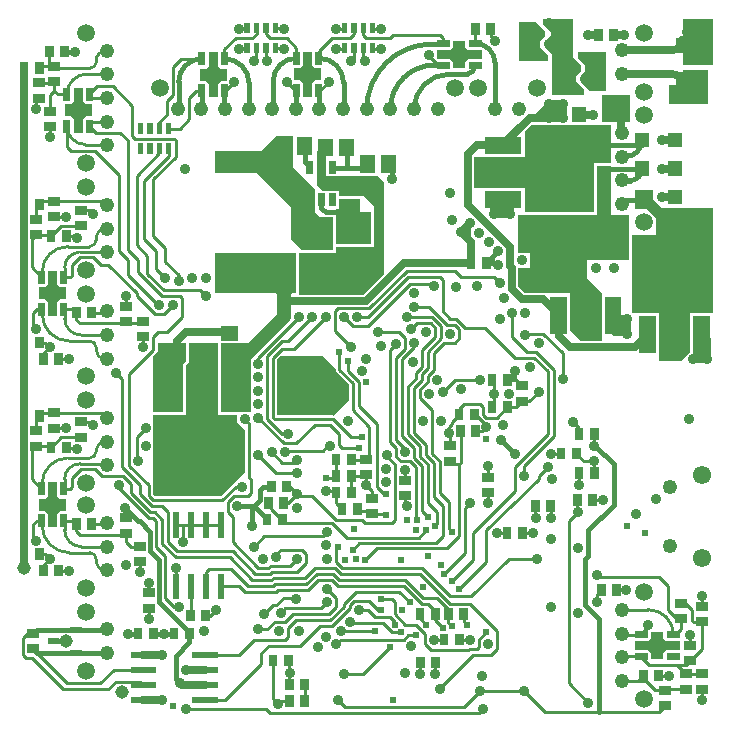
<source format=gbr>
G04 start of page 5 for group 3 idx 3 *
G04 Title: receiver, bottom *
G04 Creator: pcb 20140316 *
G04 CreationDate: Tue 02 Jan 2018 12:34:38 AM GMT UTC *
G04 For: brian *
G04 Format: Gerber/RS-274X *
G04 PCB-Dimensions (mil): 6000.00 5000.00 *
G04 PCB-Coordinate-Origin: lower left *
%MOIN*%
%FSLAX25Y25*%
%LNBOTTOM*%
%ADD103C,0.0453*%
%ADD102C,0.0335*%
%ADD101C,0.0437*%
%ADD100C,0.0279*%
%ADD99C,0.0118*%
%ADD98C,0.0200*%
%ADD97C,0.0240*%
%ADD96C,0.0360*%
%ADD95R,0.0200X0.0200*%
%ADD94R,0.0189X0.0189*%
%ADD93R,0.1220X0.1220*%
%ADD92R,0.0560X0.0560*%
%ADD91R,0.0300X0.0300*%
%ADD90R,0.1000X0.1000*%
%ADD89R,0.0709X0.0709*%
%ADD88R,0.0512X0.0512*%
%ADD87R,0.0177X0.0177*%
%ADD86R,0.0236X0.0236*%
%ADD85R,0.0295X0.0295*%
%ADD84C,0.0610*%
%ADD83C,0.0492*%
%ADD82C,0.0597*%
%ADD81C,0.0480*%
%ADD80C,0.0450*%
%ADD79C,0.0250*%
%ADD78C,0.0150*%
%ADD77C,0.0100*%
%ADD76C,0.0001*%
G54D76*G36*
X367500Y231500D02*Y238000D01*
X372000D01*
Y243000D01*
X380500D01*
Y231500D01*
X367500D01*
G37*
G36*
X372000Y260000D02*X382000D01*
Y244500D01*
X372000D01*
Y260000D01*
G37*
G36*
X345000Y225500D02*Y234500D01*
X354500D01*
Y225500D01*
X345000D01*
G37*
G36*
X364000Y146000D02*Y162000D01*
X355000D01*
Y188000D01*
X363000D01*
Y193500D01*
X360000Y196500D01*
X356000D01*
Y203000D01*
X362000D01*
Y200000D01*
X365000Y197000D01*
X382000D01*
Y162000D01*
X374500D01*
Y149000D01*
X371500Y146000D01*
X364000D01*
G37*
G36*
X334500Y156000D02*Y168500D01*
X319500D01*
X317000Y171000D01*
Y177000D01*
X321000D01*
Y182000D01*
X317000D01*
Y194500D01*
X343500D01*
Y211000D01*
X348000D01*
Y194500D01*
X354000D01*
Y179500D01*
X340000D01*
Y173500D01*
X345000Y168500D01*
Y152500D01*
X338000D01*
X334500Y156000D01*
G37*
G36*
X348000Y212000D02*X342500D01*
Y195500D01*
X319500D01*
Y203500D01*
X302500D01*
Y214000D01*
X319500D01*
Y222500D01*
X321500Y224500D01*
X348000D01*
Y212000D01*
G37*
G36*
X290000Y246500D02*Y249500D01*
X294500D01*
X295500Y250500D01*
Y252500D01*
X299500D01*
Y250500D01*
X300500Y249500D01*
X305000D01*
Y246500D01*
X300500D01*
X299500Y245500D01*
Y243500D01*
X295500D01*
Y245500D01*
X294500Y246500D01*
X290000D01*
G37*
G36*
X337000Y247000D02*Y249000D01*
X346500D01*
Y236000D01*
X341000D01*
X338000Y239000D01*
Y241000D01*
X339500Y242500D01*
Y244500D01*
X337000Y247000D01*
G37*
G36*
X339000Y236500D02*Y234500D01*
X328500D01*
Y248000D01*
X326000Y250500D01*
Y252500D01*
X328000Y254500D01*
Y255500D01*
X325500Y258000D01*
Y260000D01*
X335500D01*
Y247000D01*
X338000Y244500D01*
Y242500D01*
X336500Y241000D01*
Y239000D01*
X339000Y236500D01*
G37*
G36*
X327000Y248000D02*Y246000D01*
X317500D01*
Y259000D01*
X323000D01*
X326000Y256000D01*
Y254000D01*
X324500Y252500D01*
Y250500D01*
X327000Y248000D01*
G37*
G36*
X356000Y49500D02*Y52500D01*
X360500D01*
X361500Y53500D01*
Y55500D01*
X365500D01*
Y53500D01*
X366500Y52500D01*
X371000D01*
Y49500D01*
X366500D01*
X365500Y48500D01*
Y46500D01*
X361500D01*
Y48500D01*
X360500Y49500D01*
X356000D01*
G37*
G36*
X237697Y147500D02*X252000D01*
X256300Y143200D01*
Y143047D01*
X256296Y143000D01*
X256311Y142812D01*
X256355Y142628D01*
X256427Y142454D01*
X256526Y142292D01*
X256526Y142292D01*
X256649Y142149D01*
X256685Y142118D01*
X260800Y138003D01*
Y132800D01*
X255689Y127689D01*
X255688Y127689D01*
X255500Y127704D01*
X255453Y127700D01*
X236700D01*
Y146503D01*
X237697Y147500D01*
G37*
G36*
X256500Y196500D02*X257500D01*
Y200000D01*
X264500D01*
Y195500D01*
X268000D01*
Y185000D01*
X256500D01*
Y196500D01*
G37*
G36*
X269000Y184000D02*Y197500D01*
X265500Y201000D01*
X257500D01*
Y202500D01*
X252000D01*
X250000Y204500D01*
Y216000D01*
X253000D01*
Y207500D01*
X270500D01*
X272500Y205500D01*
Y175000D01*
X265500Y168000D01*
X244000D01*
Y182000D01*
X256500D01*
Y184000D01*
X269000D01*
G37*
G36*
X245500Y249000D02*X248500D01*
Y244500D01*
X249500Y243500D01*
X251500D01*
Y239500D01*
X249500D01*
X248500Y238500D01*
Y234000D01*
X245500D01*
Y238500D01*
X244500Y239500D01*
X242500D01*
Y243500D01*
X244500D01*
X245500Y244500D01*
Y249000D01*
G37*
G36*
X169000Y237000D02*X172000D01*
Y232500D01*
X173000Y231500D01*
X175000D01*
Y227500D01*
X173000D01*
X172000Y226500D01*
Y222000D01*
X169000D01*
Y226500D01*
X168000Y227500D01*
X166000D01*
Y231500D01*
X168000D01*
X169000Y232500D01*
Y237000D01*
G37*
G36*
X160500Y176000D02*X163500D01*
Y171500D01*
X164500Y170500D01*
X166500D01*
Y166500D01*
X164500D01*
X163500Y165500D01*
Y161000D01*
X160500D01*
Y165500D01*
X159500Y166500D01*
X157500D01*
Y170500D01*
X159500D01*
X160500Y171500D01*
Y176000D01*
G37*
G36*
Y105500D02*X163500D01*
Y101000D01*
X164500Y100000D01*
X166500D01*
Y96000D01*
X164500D01*
X163500Y95000D01*
Y90500D01*
X160500D01*
Y95000D01*
X159500Y96000D01*
X157500D01*
Y100000D01*
X159500D01*
X160500Y101000D01*
Y105500D01*
G37*
G36*
X243000Y168500D02*X216000D01*
Y182000D01*
X243000D01*
Y168500D01*
G37*
G36*
X255500Y183000D02*X245000D01*
X241500Y186500D01*
Y197000D01*
X230000Y208500D01*
X216000D01*
Y216000D01*
X231500D01*
X236500Y221000D01*
X242000D01*
Y210500D01*
X249500Y203000D01*
Y195500D01*
X251000Y194000D01*
X255500D01*
Y183000D01*
G37*
G36*
X214000Y248815D02*X217000D01*
Y244315D01*
X218000Y243315D01*
X220000D01*
Y239315D01*
X218000D01*
X217000Y238315D01*
Y233815D01*
X214000D01*
Y238315D01*
X213000Y239315D01*
X211000D01*
Y243315D01*
X213000D01*
X214000Y244315D01*
Y248815D01*
G37*
G36*
X205500Y129000D02*X195500D01*
Y147500D01*
X197000Y149000D01*
Y152000D01*
X206500D01*
Y146000D01*
X205500Y145000D01*
Y129000D01*
G37*
G36*
X218000D02*Y152000D01*
X228000D01*
Y129000D01*
X218000D01*
G37*
G36*
X207500Y152000D02*X217000D01*
Y128000D01*
X223500D01*
Y125500D01*
X226000Y123000D01*
Y109000D01*
X218000Y101000D01*
X196000D01*
X195500Y101500D01*
Y128000D01*
X206500D01*
Y144500D01*
X207500Y145500D01*
Y152000D01*
G37*
G54D77*X342500Y117500D02*Y121441D01*
X342559Y121500D01*
Y112323D02*X342441Y112441D01*
X328000Y115000D02*X331441D01*
X336559D02*X339000Y112559D01*
X342559D01*
X328059Y97500D02*Y93559D01*
X336941Y99500D02*Y95559D01*
X342059Y99500D02*X345500D01*
X334000Y92500D02*X337000Y95500D01*
G54D78*X349000Y98000D02*X340500Y89500D01*
G54D77*X337441Y121500D02*Y123559D01*
Y108500D02*Y104559D01*
X337500Y104500D01*
X337441Y123559D02*X335500Y125500D01*
X342559Y112323D02*Y108500D01*
G54D78*X342500Y118000D02*X349000Y111500D01*
Y98000D01*
G54D79*X375500Y146500D02*X378300Y149300D01*
Y154600D01*
X380000Y146500D02*X377750Y148750D01*
X380000Y146500D02*Y152900D01*
X378300Y154600D01*
X380000Y146500D02*X375500D01*
X360200Y154600D02*X356100Y150500D01*
X334500D01*
X353500Y160000D02*X349900D01*
X348800Y161100D01*
X353500Y156400D02*X348800Y161100D01*
X353500Y155000D02*Y156400D01*
Y160000D02*Y155000D01*
X353000Y155500D01*
X349500D01*
X350500D02*Y160000D01*
G54D77*X322941Y97500D02*Y93559D01*
X324000Y106500D02*Y107500D01*
X327000Y110500D01*
X319000Y107500D02*Y111000D01*
X329000Y121000D01*
X316000Y110500D02*Y102500D01*
X327000Y121500D02*X316000Y110500D01*
X323000Y149000D02*X329000Y143000D01*
X322500Y147000D02*X327000Y142500D01*
X332000Y140000D02*Y148500D01*
X325500Y155000D01*
G54D79*X334500Y150500D02*X330700Y154300D01*
Y161100D01*
G54D77*X329000Y143000D02*Y121000D01*
X327000Y142500D02*Y121500D01*
X313559Y130500D02*X316559D01*
X318500Y132441D01*
X313559Y130500D02*X313500D01*
X318500Y132441D02*X320941D01*
X315000Y154000D02*X320000Y149000D01*
X316000Y147000D02*X322500D01*
X319500Y154500D02*X320000Y155000D01*
X325500D01*
X320941Y132441D02*X324000Y135500D01*
X320000Y149000D02*X323000D01*
X248500Y160500D02*X240500Y152500D01*
X256000Y156000D02*X261500Y150500D01*
X253000Y160500D02*X242500Y150000D01*
X263500Y160500D02*X267000D01*
Y157500D02*X262000D01*
X259000Y160500D01*
X257500Y143000D02*X262000Y138500D01*
X260500Y142500D02*X264000Y139000D01*
X257500Y149000D02*Y143000D01*
X260500Y146000D02*Y142500D01*
X282500Y152000D02*Y150500D01*
X281500Y156500D02*X283500Y158500D01*
X270500Y155500D02*X277500D01*
X279500Y153500D01*
Y150000D01*
X276500Y147000D01*
Y151500D02*X274500Y149500D01*
X283500Y158500D02*X288000D01*
X289500Y157000D01*
X280000Y160500D02*X288500D01*
X291500Y157500D01*
X289500Y157000D02*Y154000D01*
X291500Y157500D02*Y153500D01*
X289500Y154000D02*X285000Y149500D01*
X291500Y153500D02*X287000Y149000D01*
X292500Y152000D02*X289000Y148500D01*
X293500Y158000D02*X296000D01*
X294500Y160000D02*X296500D01*
X296000Y152000D02*X292500D01*
X282500Y150500D02*X278500Y146500D01*
X274500Y149500D02*Y119000D01*
X276500Y147000D02*Y119500D01*
X278500Y146500D02*Y121000D01*
X282500Y137000D02*Y122000D01*
X280500Y137500D02*Y121500D01*
X285000Y149500D02*Y144000D01*
X287000Y149000D02*Y143500D01*
X289000Y148500D02*Y143000D01*
X287000Y141000D01*
Y143500D02*X285000Y141500D01*
Y139500D01*
Y144000D02*X283000Y142000D01*
Y140000D01*
X285000Y139500D02*X282500Y137000D01*
X283000Y140000D02*X280500Y137500D01*
X273500Y114000D02*Y114500D01*
X296000Y139500D02*X292000Y135500D01*
X284500Y133500D02*X288500Y129500D01*
X287000Y141000D02*Y139000D01*
X284500Y136500D01*
Y133500D01*
X288500Y129500D02*Y115000D01*
X294000Y122000D02*Y124000D01*
X295000Y125000D01*
Y125559D01*
X297441Y128000D01*
X294500Y117559D02*Y121500D01*
X294000Y122000D01*
X235500Y147000D02*Y127000D01*
X236000Y126500D01*
X238500Y121500D02*X240500D01*
X239000Y118500D02*X243000D01*
X264000Y139000D02*Y131000D01*
X262000Y138500D02*Y129500D01*
X249500Y124500D02*X254500D01*
X243000Y118500D02*X249500Y124500D01*
X236000Y126500D02*X255500D01*
X254500Y124500D02*X257500Y121500D01*
Y118000D02*Y121500D01*
X255500Y126500D02*X261500Y120500D01*
X257500Y118000D02*X258500Y117000D01*
X262500D01*
X264000Y131000D02*X270000Y125000D01*
X262000Y129500D02*X267500Y124000D01*
Y114500D01*
X266000Y113000D01*
X262500Y117000D02*X264000D01*
X261500Y120500D02*X265000D01*
X328059Y93559D02*X328000Y93500D01*
X322941Y93559D02*X323000Y93500D01*
X316000Y102500D02*X302000Y88500D01*
X307000Y101941D02*Y98500D01*
X313441Y88500D02*X310000D01*
X301000Y98500D02*X299500Y97000D01*
X306500Y89500D02*X324000Y106500D01*
X322000Y88500D02*X318559D01*
X309000Y131059D02*X308441Y130500D01*
X304500Y131500D02*X299000D01*
X297441Y129941D01*
X309000Y131059D02*Y138941D01*
X305500Y128000D02*Y130500D01*
X304500Y131500D01*
X306500Y127000D02*X310000D01*
X313500Y130500D02*X310000Y127000D01*
X304500Y139500D02*X296000D01*
X303059Y128000D02*X306500Y124559D01*
Y124000D01*
X303059Y122500D02*X305000D01*
X306500Y124000D01*
X305500Y128000D02*X306500Y127000D01*
X297441Y129941D02*Y128000D01*
X309000Y138941D02*X308441Y139500D01*
X313559D02*X316559D01*
X318500Y137559D01*
X316000Y142500D02*Y139500D01*
X315000D02*Y141500D01*
X316000Y142500D01*
X296000Y158000D02*X297500Y156500D01*
Y153500D01*
X296000Y152000D01*
X296500Y160000D02*X299500Y157000D01*
X306000D01*
X315000Y162000D02*Y154000D01*
X306000Y157000D02*X316000Y147000D01*
X297500Y111500D02*X298000Y112000D01*
Y122500D01*
X307000Y107059D02*Y111000D01*
G54D78*X311500Y119500D02*X316000Y115000D01*
G54D77*X274500Y119000D02*X276500Y117000D01*
Y119500D02*X279500Y116500D01*
Y115500D01*
X278500Y121000D02*X282500Y117000D01*
X280500Y121500D02*X284500Y117500D01*
X282500Y117000D02*Y113500D01*
X284500Y117500D02*Y114000D01*
X282500Y122000D02*X286500Y118000D01*
X276500Y117000D02*Y114000D01*
X286500Y118000D02*Y114500D01*
X276500Y114000D02*X278000Y112500D01*
X281000D01*
X279500Y106059D02*Y109500D01*
X281000Y112500D02*X283000Y110500D01*
X282500Y113500D02*X285000Y111000D01*
X284500Y114000D02*X287000Y111500D01*
X286500Y114500D02*X289000Y112000D01*
X288500Y115000D02*X291000Y112500D01*
X276000Y111500D02*X273500Y114000D01*
X291000Y112500D02*Y102000D01*
X289000Y112000D02*Y100500D01*
X287000Y111500D02*Y98500D01*
X294500Y112441D02*X295441Y111500D01*
X297500D01*
X285000Y96000D02*X287000Y94000D01*
X285000Y111000D02*Y96000D01*
X276000Y111500D02*Y93000D01*
X280000Y97500D02*X279500Y98000D01*
Y101000D01*
X283500Y93000D02*X283000Y93500D01*
Y110500D01*
X272500Y101500D02*X273000D01*
X291000Y102000D02*X294000Y99000D01*
Y90000D01*
X292000Y87500D02*Y97500D01*
X297500Y111500D02*Y87500D01*
X295000Y89000D02*X294000Y90000D01*
X287000Y98500D02*X290000Y95500D01*
X289500Y91000D02*X290000Y91500D01*
Y95500D01*
X289000Y100500D02*X292000Y97500D01*
X270000Y125000D02*Y104000D01*
X272500Y101500D01*
X248500Y101000D02*X256500Y93000D01*
X275000Y92000D02*X276000Y93000D01*
X273000Y94500D02*X272559Y94941D01*
X268500D01*
X256500Y93000D02*X265000D01*
X266000Y92000D01*
X275000D01*
X180283Y154500D02*X171500D01*
X174409Y152500D02*X167500D01*
G54D79*X206543Y155543D02*X203457Y152457D01*
Y149000D01*
G54D77*X176500Y150409D02*Y149500D01*
X166000Y160000D02*Y162925D01*
X165740Y163185D02*X168756D01*
X169941Y162000D01*
X175059D02*X179909D01*
X180283Y162374D01*
X169941Y162000D02*Y159559D01*
X171000Y158500D01*
X191441D02*X171000D01*
G54D79*X152441Y243500D02*X152500Y81500D01*
G54D77*X158260Y163185D02*X156685D01*
X155500Y162000D01*
X158260Y173815D02*X155000Y177075D01*
Y186441D01*
X156500Y187941D01*
Y193059D02*Y196941D01*
X180283Y182126D02*X171126D01*
X171000Y180500D02*X175500D01*
X178000Y178000D01*
X157559Y152000D02*X159500D01*
X161000Y150500D01*
X158941Y146500D02*Y148441D01*
X161000Y150500D01*
X167500Y146500D02*X164059D01*
X158618Y128559D02*X179098D01*
X180283Y127374D01*
X171500Y125559D02*X174441D01*
X175500Y124500D01*
X176500Y115717D02*Y116000D01*
X168000Y174000D02*X168500Y174500D01*
X184000Y208000D02*Y182500D01*
X176500Y186217D02*Y187000D01*
X168500Y174500D02*Y178000D01*
X171000Y180500D01*
X192000Y159059D02*X191441Y158500D01*
X192000Y150500D02*Y153941D01*
X204500Y167500D02*X205000Y167000D01*
Y160500D02*Y167000D01*
X197000Y164500D02*X197500D01*
X199000Y161500D02*X202000Y164500D01*
X186500Y167500D02*Y164059D01*
X198500Y167500D02*X204500D01*
X187000Y174500D02*X197000Y164500D01*
X190000Y168500D02*Y167500D01*
X196000Y161500D01*
X193000Y123500D02*X190000Y120500D01*
Y113000D01*
X190500Y112500D01*
X195500Y93500D02*X196500Y92500D01*
G54D78*X194500Y82500D02*Y89000D01*
X191000Y92500D01*
X190500D01*
G54D77*X196500D02*Y84000D01*
X199500Y81000D01*
X186500Y88441D02*Y85500D01*
X188000Y84000D01*
X191000D01*
G54D78*X190500Y92500D02*X186000Y97000D01*
G54D77*X158118Y244059D02*X157559Y243500D01*
X156500Y230000D02*Y232441D01*
X157500Y233441D01*
X161000Y229059D02*Y234500D01*
X162500Y236000D01*
X163000Y243500D02*X162441Y244059D01*
X162559Y194000D02*X162500Y193941D01*
X156500Y196941D02*X158618Y199059D01*
X179098D01*
X180283Y197874D01*
X171500Y196059D02*X174441D01*
X175500Y195000D01*
X157500Y238559D02*X162441D01*
X174535Y243500D02*X163000D01*
X180157Y225500D02*X174000D01*
X172945Y218000D02*X180035D01*
X166760Y234815D02*X163685D01*
X162500Y236000D01*
Y238941D01*
X173445Y241500D02*X180157D01*
X180283Y233500D02*X174000D01*
X162500Y244059D02*X158118D01*
X160941Y249000D02*Y244118D01*
G54D78*X169500Y249000D02*X166059D01*
G54D77*X176500Y245465D02*Y246000D01*
G54D78*X235500Y239055D02*Y230028D01*
X219240Y236000D02*Y229918D01*
X211760Y236000D02*Y229910D01*
G54D77*X219240Y236000D02*X219500D01*
X222500Y239000D01*
G54D78*X227500Y238370D02*Y229902D01*
G54D77*X233075Y246425D02*X233500Y246000D01*
X229925Y246925D02*X229000Y246000D01*
G54D78*X204000Y238870D02*Y230024D01*
G54D77*X211760Y235740D02*X209740D01*
X211760Y246630D02*X204630D01*
X202000Y244000D01*
X219240Y246630D02*Y249740D01*
X209740Y235740D02*X207500Y233500D01*
G54D78*X246043Y217500D02*Y212032D01*
X250740Y236185D02*Y229914D01*
X259000Y238555D02*Y229906D01*
G54D77*X250740Y236185D02*X251185D01*
X254000Y239000D01*
G54D78*X243260Y236185D02*Y229914D01*
G54D77*Y236260D02*X242740D01*
X240000Y239000D01*
X250740Y249240D02*Y246815D01*
X207500Y233500D02*Y226500D01*
X202000Y244000D02*Y234500D01*
X200000Y232500D01*
Y228000D01*
X176925Y237500D02*X182000D01*
X176425Y222000D02*X184500D01*
X187000Y219500D01*
X164941Y191000D02*X161441Y187500D01*
X156530Y187970D02*X161911D01*
X166000Y177000D02*Y174075D01*
X174283Y184000D02*X167000D01*
X166000Y174000D02*X168000D01*
X166500Y194000D02*X162559D01*
X170941Y191000D02*X164941D01*
X166559Y187500D02*X170000D01*
X170500Y187000D01*
X174240Y224185D02*X176425Y222000D01*
X161000Y223941D02*Y220500D01*
X174240Y234815D02*X176925Y237500D01*
X187000Y219500D02*Y183000D01*
X190500Y179500D01*
Y175500D01*
X190000Y184500D02*X193500Y181000D01*
X192500Y186500D02*X196500Y182500D01*
X195500Y187500D02*X199500Y183500D01*
Y179000D01*
X184000Y182500D02*X187000Y179500D01*
X178000Y178000D02*X180500D01*
X190000Y168500D01*
X187000Y179500D02*Y174500D01*
X190000Y184500D02*Y207500D01*
X192500Y186500D02*Y206000D01*
X195500Y187500D02*Y206500D01*
X166760Y224185D02*Y217240D01*
X168000Y216000D01*
X176000D01*
X184000Y208000D01*
X182000Y237500D02*X188500Y231000D01*
Y221000D01*
X189500Y220000D01*
X197575Y215075D02*X190000Y207500D01*
X200724Y214224D02*X192500Y206000D01*
X203000Y214000D02*X195500Y206500D01*
X189500Y220000D02*X202500D01*
X203000Y219500D01*
X200724Y223346D02*X204346D01*
X207500Y226500D01*
X197575Y223346D02*Y225575D01*
Y216654D02*Y215075D01*
X200724Y216654D02*Y214224D01*
X203000Y219500D02*Y214000D01*
X197575Y225575D02*X200000Y228000D01*
X193500Y181000D02*Y175000D01*
X196500Y182500D02*Y176500D01*
X199500Y173500D01*
Y179000D02*X204000Y174500D01*
X193500Y175000D02*X199000Y169500D01*
X204000Y174500D02*Y172500D01*
X190500Y175500D02*X198500Y167500D01*
X199000Y169500D02*X211000D01*
X213000Y167500D01*
X166500Y123500D02*X162559D01*
X162500Y123441D01*
X155000Y115941D02*X156500Y117441D01*
Y122559D02*Y126441D01*
X218000Y91250D02*X203000D01*
X203500Y82500D02*X222000D01*
X203000Y80500D02*X221000D01*
X256500Y83500D02*X257000Y84000D01*
X205500Y85500D02*Y91250D01*
X203500Y82500D02*X200500Y85500D01*
Y95500D01*
X198500Y93000D02*Y85000D01*
X203000Y80500D01*
G54D78*X228500Y91000D02*Y97500D01*
G54D77*X233500Y147500D02*Y126500D01*
X238500Y121500D01*
X230500Y127000D02*X239000Y118500D01*
X195000Y97500D02*X198500D01*
X200500Y95500D02*X198500Y97500D01*
X194500Y95500D02*X196000D01*
X198500Y93000D01*
X194000Y93500D02*X195500D01*
X188000Y102000D02*Y105000D01*
X185500Y107500D01*
X184000Y104500D02*Y103500D01*
X185500Y107500D02*X178500D01*
X176000Y110000D01*
X188000Y102000D02*X194500Y95500D01*
X184000Y103500D02*X194000Y93500D01*
X156500Y126441D02*X158618Y128559D01*
X158260Y92685D02*X156685D01*
X174283Y113500D02*X167000D01*
X170941Y120500D02*X164941D01*
X161441Y117000D01*
X156530Y117470D02*X161911D01*
X166559Y117000D02*X170000D01*
X170500Y116500D01*
X174409Y82000D02*X167500D01*
X186500Y88000D02*X171000D01*
X186500Y97000D02*Y93559D01*
X185000Y110500D02*X191000Y104500D01*
Y101500D01*
X165740Y103315D02*X167815D01*
X168500Y104000D01*
Y107000D01*
X171500Y110000D01*
X176000D01*
X158260Y103315D02*X155000Y106575D01*
Y115941D01*
X180283Y111626D02*X171126D01*
X166000Y106500D02*Y103575D01*
Y89500D02*Y92425D01*
X175059Y91500D02*X179909D01*
X180283Y91874D01*
Y84000D02*X171500D01*
G54D78*X180165Y56319D02*X156760D01*
G54D77*X176500Y79909D02*Y79000D01*
G54D78*X156760Y56319D02*X155500Y55059D01*
G54D77*X156685Y92685D02*X155500Y91500D01*
Y87000D01*
X156500Y86000D01*
X165740Y92685D02*X168756D01*
X167500Y76000D02*X164059D01*
X168756Y92685D02*X169941Y91500D01*
Y89059D01*
X171000Y88000D01*
X157559Y81500D02*X159500D01*
X161000Y80000D01*
X158941Y76000D02*Y77941D01*
X161000Y80000D01*
G54D79*X152500Y81500D02*Y77000D01*
G54D78*X197500Y79500D02*Y65500D01*
G54D77*X194000Y72000D02*Y68559D01*
Y60000D02*Y63441D01*
X199500Y81000D02*Y67000D01*
X191000Y75500D02*Y78941D01*
G54D78*X197500Y79500D02*X194500Y82500D01*
X180165Y48681D02*X156760D01*
X155500Y49941D01*
G54D77*X156760Y48681D02*X166941Y38500D01*
X165500Y36500D02*X155000Y47000D01*
G54D78*X162181Y52500D02*X166500D01*
G54D77*X152000Y48000D02*Y53500D01*
X153500Y55000D01*
X155441D01*
X155000Y47000D02*X153000D01*
X152000Y48000D01*
G54D79*X192250Y33000D02*X198500D01*
G54D77*X192250Y38000D02*X191250Y39000D01*
X183000D01*
X180500Y36500D01*
X182500Y43000D02*X192500D01*
X180500Y36500D02*X165500D01*
X167000Y38441D02*X177941D01*
X182500Y43000D01*
G54D79*X212750D02*X206500D01*
G54D77*X212750Y48000D02*X224000D01*
X237500Y32500D02*X237000Y32000D01*
X206500Y30000D02*X233000D01*
X234500Y28500D01*
X212750Y33000D02*X219500D01*
X231500Y45000D01*
Y48500D01*
X234000Y51000D01*
X235500Y64500D02*X232500Y61500D01*
X236000Y59000D02*X233500Y56500D01*
X230500D01*
X240941Y32500D02*X237500D01*
X240941Y46000D02*Y42059D01*
X241000Y42000D01*
X240941Y38000D02*Y41941D01*
X241000Y42000D01*
X224000Y48000D02*X229000Y53000D01*
X234000Y51000D02*X244500D01*
X229000Y53000D02*X239500D01*
G54D78*X233441Y93000D02*Y93059D01*
G54D77*X232500Y87500D02*X252000D01*
X253500Y89000D01*
G54D78*X234941Y104000D02*X232000D01*
X231000Y103000D01*
Y99500D01*
G54D77*X234941Y98500D02*Y96618D01*
X236500Y108500D02*X230500Y114500D01*
X253000Y102500D02*X255941D01*
X261500Y102000D02*Y107500D01*
X253000Y107000D02*X255941D01*
X256441Y107500D01*
Y113000D02*Y107500D01*
X261559D02*X266059D01*
X261559Y113000D02*X266441D01*
X266500Y113059D01*
X243500Y108500D02*X236500D01*
X243500Y113000D02*X242500Y112000D01*
X238500D01*
X235000Y115500D01*
X255000Y92000D02*X260000Y87000D01*
X246059Y32500D02*Y38000D01*
X254000Y61500D02*X256500Y64000D01*
X258000Y53000D02*X256500Y51500D01*
X259000Y41500D02*X265500D01*
X214500Y61000D02*X216500Y63000D01*
X213000Y70750D02*Y75500D01*
X214000Y76500D01*
X208000Y70750D02*Y61059D01*
X221500Y76500D02*X214000D01*
X222000Y85500D02*X230500Y77000D01*
X234000D01*
X234500Y77500D01*
X222000Y82500D02*X229500Y75000D01*
X228500Y73000D02*X221000Y80500D01*
X221500Y76500D02*X227000Y71000D01*
X229500Y75000D02*X234500D01*
X235000Y73000D02*X228500D01*
X227000Y71000D02*X235500D01*
X236500Y69000D02*X226000D01*
X224250Y70750D02*X226000Y69000D01*
X238000Y62000D02*X239500Y63500D01*
X251500D01*
X242000Y61500D02*X254000D01*
X251500Y63500D02*X253500Y65500D01*
X261000Y63500D02*Y64500D01*
X262500Y66000D01*
X259000Y64000D02*Y65000D01*
X263000Y69000D01*
X256500Y64000D02*Y67000D01*
Y79000D02*X258500Y77000D01*
X256500Y79000D02*Y83500D01*
X262000Y83000D02*X264250Y85250D01*
X256500Y67000D02*X253500Y70000D01*
X255000Y57500D02*X261000Y63500D01*
Y59000D02*X261500Y58500D01*
X155500Y162000D02*Y157500D01*
X156500Y156500D01*
X187500Y141500D02*X195500Y149500D01*
Y154000D02*X197000Y155500D01*
X200000D01*
X195500Y149500D02*Y154000D01*
X183000Y142000D02*X185000Y140000D01*
Y110500D01*
X194000Y101000D02*Y104500D01*
X187500Y111000D02*X194000Y104500D01*
X187500Y111000D02*Y141500D01*
X191000Y101500D02*X195000Y97500D01*
X200000Y155500D02*X205000Y160500D01*
G54D79*X221000Y155543D02*X206543D01*
G54D77*X196000Y161500D02*X199000D01*
X244000Y160500D02*X230500Y147000D01*
X238500Y150000D02*X235500Y147000D01*
X230500D02*Y145000D01*
X240500Y152500D02*X238500D01*
X233500Y147500D01*
X242500Y150000D02*X238500D01*
X232500Y87500D02*X229000Y84000D01*
Y83500D01*
X218000Y70750D02*X224250D01*
X203000D02*Y77000D01*
G54D78*X233441Y93059D02*X229000Y97500D01*
X223000D01*
X231000Y99500D02*X229000Y97500D01*
G54D77*X225000Y104000D02*X223000D01*
X218500Y99500D01*
X195500D01*
X194000Y101000D01*
G54D79*X192250Y48000D02*X198500D01*
G54D78*X190441Y55000D02*X187000D01*
X204500Y38500D02*X203000Y40000D01*
Y47559D01*
X202441Y55000D02*X195559D01*
X203000Y47500D02*X207559Y52059D01*
Y55441D01*
X197500Y65500D01*
G54D77*X213059Y61000D02*X214500D01*
X202500Y64000D02*X204000D01*
X199500Y67000D02*X202500Y64000D01*
G54D79*X212750Y38000D02*X205000D01*
X204500Y38500D01*
X368500Y241500D02*X351780D01*
X351717Y241563D01*
X368500Y249500D02*X351780D01*
X351717Y249437D01*
X340500Y254500D02*X343941D01*
X349059D02*X352500D01*
X365000Y200500D02*X369512D01*
G54D78*X352000Y199500D02*X358500D01*
G54D79*X369512Y219500D02*X365000D01*
G54D78*X345000Y218000D02*X358500D01*
G54D79*X369512Y210000D02*X365000D01*
G54D78*X358488D02*X346500D01*
G54D79*X337488Y228000D02*X342000D01*
X351500Y225012D02*Y222028D01*
G54D78*X354488Y206000D02*X351780D01*
X300055Y241500D02*X294216D01*
X289342Y244500D02*X291945D01*
X288468Y251500D02*X291945D01*
G54D77*X292000Y244500D02*X290500D01*
X287500Y247500D01*
Y248000D01*
G54D78*X309500Y245055D02*Y229780D01*
G54D79*X300500Y215000D02*X303300Y217800D01*
X312100Y218100D02*X321000Y227000D01*
X332000D01*
Y231500D02*X327500D01*
Y227000D01*
X332000Y231500D02*Y227000D01*
X330000D02*Y231500D01*
X323500Y227000D02*X328000Y231500D01*
G54D77*X292000Y251500D02*Y253500D01*
X302815Y251740D02*Y256374D01*
X302941Y256500D01*
X308059D02*Y253941D01*
X309500Y252500D01*
X292000Y253500D02*X291000Y254500D01*
X275500D01*
G54D79*X314500Y184000D02*X300500Y198000D01*
X301441Y185559D02*X298000Y189000D01*
X301000Y192000D01*
X300000Y187000D02*Y191000D01*
X300500Y198000D02*Y215000D01*
X303300Y217800D02*X312100D01*
Y218100D01*
X309000Y195000D02*Y196600D01*
X312100Y199700D01*
X314500Y195000D02*Y197300D01*
X312100Y199700D01*
X309000Y195000D02*X314500D01*
Y197300D02*X310200D01*
G54D78*X306559Y178500D02*X310000D01*
X306559Y178559D02*X310500Y182500D01*
X308500Y178500D02*Y180500D01*
G54D79*X314500Y177500D02*Y184000D01*
G54D78*X310000Y178500D02*X310500Y178000D01*
G54D79*X279000Y178500D02*X301441D01*
G54D77*X280000Y176000D02*X296000D01*
X280500Y174000D02*X291000D01*
X292000Y173000D01*
X309000Y174000D02*X311000Y172000D01*
G54D78*X306559Y178500D02*Y178559D01*
G54D79*X301441Y178500D02*Y185559D01*
G54D77*X298000Y174000D02*X309000D01*
X296000Y176000D02*X298000Y174000D01*
G54D79*X330700Y161100D02*X325300Y166500D01*
X318500D01*
X315000Y170000D01*
Y177000D01*
X314500Y177500D01*
G54D78*X275000Y210543D02*X274043Y211500D01*
X275000Y210543D02*Y206500D01*
X265772Y210315D02*X266957Y211500D01*
X260043Y210358D02*X260000Y210315D01*
X260043Y217000D02*Y210358D01*
X255240Y210315D02*X265772D01*
X246043Y212032D02*X247760Y210315D01*
X251500Y214500D02*Y210315D01*
X259905Y195500D02*X262500Y192905D01*
X253000Y195500D02*X259905D01*
X251500Y197000D02*X253000Y195500D01*
X251500Y199685D02*Y197000D01*
G54D80*X239095Y172000D02*Y160595D01*
X227000Y148500D01*
G54D79*X221000D01*
G54D77*X226000Y126500D02*X227500Y125000D01*
Y107000D01*
X228000Y106500D01*
Y102000D01*
X227000Y101000D01*
X222500D01*
X220500Y99000D01*
Y95500D01*
X222000Y94000D01*
Y85500D01*
X236224Y250154D02*X238846D01*
X239000Y250000D01*
X233075Y250154D02*Y246425D01*
X229925Y250154D02*Y246925D01*
X240000Y253500D02*X243260Y250240D01*
Y246815D01*
X226776Y250154D02*X224154D01*
X224000Y250000D01*
X219240Y249740D02*X223000Y253500D01*
X228500D01*
X234500D02*X240000D01*
X228500D02*X230000Y255000D01*
Y257000D01*
X226776Y256846D02*X224346D01*
X224000Y256500D01*
X233075Y256846D02*Y254925D01*
X234500Y253500D01*
X236224Y256846D02*X238654D01*
X239000Y256500D01*
X262425Y256846D02*Y254925D01*
X261000Y253500D01*
X255000D01*
X256500Y256500D02*X258929D01*
X259276Y256846D01*
X255000Y253500D02*X250740Y249240D01*
X256500Y250000D02*X259122D01*
X259276Y250154D01*
X275500Y254500D02*X274500Y253500D01*
X266500D01*
X271500Y250000D02*X268878D01*
X268724Y250154D01*
X266500Y253500D02*X265500Y254500D01*
X265575Y250154D02*Y246425D01*
X266000Y246000D01*
X262425Y250154D02*Y246925D01*
X261500Y246000D01*
X265500Y254500D02*Y257000D01*
X271500Y256500D02*X269071D01*
X268724Y256846D01*
G54D79*X266500Y166000D02*X279000Y178500D01*
G54D77*X267000Y160500D02*X280500Y174000D01*
X267500Y163500D02*X280000Y176000D01*
G54D79*X266500Y166000D02*X239095D01*
G54D77*X267500Y163500D02*X257000D01*
X256000Y162500D01*
Y156000D01*
X281000Y171500D02*X267000Y157500D01*
X282500Y164000D02*X287500D01*
X286500Y89500D02*X284000Y87000D01*
X282000D01*
X260000D02*X282000D01*
X281000Y171500D02*X288500D01*
X289000Y171000D01*
X292000Y173000D02*Y162500D01*
X294500Y160000D01*
X287500Y164000D02*X293500Y158000D01*
X357130Y39189D02*X358941Y41000D01*
X351717Y39189D02*X359811D01*
X366382Y36441D02*X366000Y36059D01*
Y30941D02*X364059Y29000D01*
X366000Y36059D02*X362941D01*
X304500Y36000D02*X319000D01*
X291000Y37000D02*Y36500D01*
X362941Y36059D02*X359811Y39189D01*
X234500Y28500D02*X304000D01*
X364059Y29000D02*X326000D01*
X299000Y30500D02*X259500D01*
X257000Y33000D01*
X237000Y31500D02*X235441Y33059D01*
X304000Y28500D02*X305500Y30000D01*
X326000Y29000D02*X319000Y36000D01*
X304500D02*X299000Y30500D01*
X340500Y32000D02*X334000Y38500D01*
X289559Y62441D02*X287000Y65000D01*
X343500Y65500D02*Y68059D01*
X344941Y69500D01*
X353000D02*X350059D01*
X290000Y67000D02*X293941Y63059D01*
X301000Y65000D02*X294500D01*
X364000Y74000D02*X344000D01*
X343500Y74500D01*
X323500Y80000D02*X314000D01*
X301500Y67500D02*X314000Y80000D01*
X295000Y72500D02*X302000Y79500D01*
X297500Y70000D02*X306500Y79000D01*
X292000Y87500D02*X289750Y85250D01*
X293500Y83500D02*X297500Y87500D01*
X299500Y97000D02*Y82000D01*
X302000Y88500D02*Y79500D01*
X306500Y89500D02*Y79000D01*
X292500Y75000D02*X299500Y82000D01*
X334000Y38500D02*Y92500D01*
G54D78*X340500Y89500D02*Y81000D01*
X339500Y80000D01*
Y64500D01*
X344000Y60000D01*
Y29000D01*
G54D77*X284489Y45380D02*Y41511D01*
X289607Y45380D02*Y41607D01*
X289500Y41500D01*
X284489Y41511D02*X284500Y41500D01*
X274500Y50500D02*X265500Y41500D01*
X310000Y50000D02*Y56000D01*
X306500Y55500D02*X304000Y53000D01*
Y50500D01*
X303500Y50000D01*
X291000Y37000D02*X302000Y48000D01*
X308000D01*
X310000Y50000D01*
X303500D02*X301000D01*
X300500Y49500D01*
X288000D01*
X286000Y51500D01*
Y55000D01*
X289559Y61500D02*Y62441D01*
X294500Y67500D02*X301500D01*
X301000Y65000D02*X310000Y56000D01*
X289559Y61500D02*Y59441D01*
X292000Y57000D01*
X267000Y63000D02*X269500Y60500D01*
X261500Y58500D02*X272000D01*
X269500Y60500D02*X274500D01*
X263000Y69000D02*X277500D01*
X281000Y65500D01*
X276000Y61500D02*Y65500D01*
X275000Y66500D01*
X271500D01*
X264250Y85250D02*X289750D01*
X284441Y61500D02*Y60059D01*
X286500Y58000D01*
X286000Y55000D02*X283000Y58000D01*
Y54500D02*X280500D01*
X283000Y58000D02*X279500D01*
X280500Y54500D02*X279000Y53000D01*
X276000Y58000D02*Y59000D01*
X274500Y60500D01*
X278000Y55500D02*X275000D01*
X272000Y58500D01*
X279500Y58000D02*X276000Y61500D01*
X279000Y53000D02*X258000D01*
X266059Y107500D02*X266559Y108000D01*
X266500Y107941D02*Y104500D01*
X256441Y98500D02*X258441Y96500D01*
X268500Y101059D02*Y102500D01*
X266500Y104500D01*
X268500Y95941D02*X264118D01*
X263559Y96500D01*
X268500Y101000D02*Y100059D01*
X253500Y117500D02*X254500D01*
X253500D02*X252000Y116000D01*
X240000D01*
X239500Y115500D01*
X234500Y77500D02*X241000D01*
X234500Y75000D02*X235000Y75500D01*
X235500Y73500D02*X235000Y73000D01*
X241000Y77500D02*X243500Y80000D01*
X246500Y78500D02*Y81500D01*
X245000Y83000D01*
X238000D01*
X246500Y78500D02*X243500Y75500D01*
X238000Y83000D02*X236500Y81500D01*
X235000Y75500D02*X243500D01*
X236500Y81500D02*Y80500D01*
X235500Y73500D02*X246000D01*
X250000Y75000D02*X246500Y71500D01*
X250500Y73000D02*X247000Y69500D01*
X246000Y73500D02*X249500Y77000D01*
X256000D01*
X258000Y75000D01*
X234941Y96618D02*X238559Y93000D01*
X239559Y92000D02*X255000D01*
X238559Y93000D02*X239559Y92000D01*
X244000Y101000D02*X248500D01*
X255941Y102500D02*X256441Y102000D01*
Y98500D01*
X240059Y104000D02*X241000D01*
X244000Y101000D01*
X240500Y98500D02*X243500Y101500D01*
X239059Y98500D02*X240500D01*
X359000Y47500D02*X351500D01*
X359500Y54500D02*X351500D01*
X360555Y63000D02*X351906D01*
X358185Y54740D02*X360500Y57055D01*
Y58000D01*
X373000Y36441D02*X366382D01*
X358185Y47260D02*X360945Y44500D01*
X364059Y41000D02*X367500D01*
X360945Y44500D02*X370059D01*
X373000Y41559D01*
X378500D01*
X373059Y44500D02*X370000D01*
X373059D02*X378000Y49441D01*
X378500Y33000D02*Y36441D01*
X374500Y51059D02*Y54500D01*
X378059Y49500D02*X378500Y49941D01*
Y58941D01*
X368815Y54740D02*X369740D01*
X371500Y56500D01*
Y59941D01*
X378500Y58941D02*X375559D01*
X375000Y59500D01*
X371500Y59941D02*X370059D01*
X378500Y64059D02*Y67500D01*
X375000Y59500D02*Y63000D01*
X373000Y65000D01*
X371500D01*
X370059Y59941D02*X367000Y63000D01*
Y71000D01*
X364000Y74000D01*
X300500Y53000D02*X297059D01*
X258000Y75000D02*X284500D01*
X257500Y73000D02*X279500D01*
X257000Y71000D02*X279000D01*
X258500Y77000D02*X285000D01*
X285500Y67000D02*X290000D01*
X294500Y65000D02*X284500Y75000D01*
X293941Y63059D02*Y58559D01*
X299059Y61500D02*Y58941D01*
X300000Y58000D01*
X293941Y58559D02*X295000Y57500D01*
X285000Y77000D02*X294500Y67500D01*
X253500Y70000D02*X254000D01*
X254500Y59500D02*X259000Y64000D01*
X250000Y75000D02*X255500D01*
X257500Y73000D01*
X250500D02*X255000D01*
X257000Y71000D01*
X243000Y67000D02*X239000D01*
X236500Y64500D01*
X235500D01*
X242000Y61500D02*X239500Y59000D01*
X236000D01*
X239500Y53000D02*X240500Y54000D01*
Y57000D01*
X243000Y59500D01*
X244500Y51000D02*X251000Y57500D01*
X243000Y59500D02*X254500D01*
X251000Y57500D02*X255000D01*
X235441Y33059D02*Y46000D01*
X235500Y71000D02*X236000Y71500D01*
X246500D01*
X247000Y69500D02*X237000D01*
X236500Y69000D01*
X291941Y53000D02*X288500D01*
X258000Y56000D02*X269500D01*
X264000Y63000D02*X267000D01*
X262500Y66000D02*X267500D01*
X270500Y63000D01*
X271500D01*
X287000Y65000D02*X285000D01*
X279000Y71000D02*X285000Y65000D01*
X266000Y79500D02*X270000Y83500D01*
X293500D01*
X279500Y73000D02*X285500Y67000D01*
X173445Y241500D02*G75*G03X166760Y234815I0J-6685D01*G01*
Y224185D02*G75*G03X172945Y218000I6185J0D01*G01*
X174535Y243500D02*G75*G03X176500Y245465I0J1965D01*G01*
G54D78*X259000Y238555D02*G75*G03X250740Y246815I-8260J0D01*G01*
X243260D02*G75*G03X235500Y239055I0J-7760D01*G01*
X227500Y238370D02*G75*G03X219240Y246630I-8260J0D01*G01*
X211760D02*G75*G03X204000Y238870I0J-7760D01*G01*
X300055Y241500D02*G75*G03X302815Y244260I0J2760D01*G01*
X294216Y241500D02*G75*G03X282433Y229717I0J-11783D01*G01*
X289342Y244500D02*G75*G03X274559Y229717I0J-14783D01*G01*
X288468Y251500D02*G75*G03X266685Y229717I0J-21783D01*G01*
G54D77*X176500Y246000D02*G75*G02X179748Y249248I3248J0D01*G01*
G54D79*X372000Y238000D02*G75*G03X368500Y241500I-3500J0D01*G01*
Y249500D02*G75*G03X372000Y253000I0J3500D01*G01*
G54D78*X309500Y245055D02*G75*G03X302815Y251740I-6685J0D01*G01*
G54D79*X351500Y225012D02*G75*G03X348512Y228000I-2988J0D01*G01*
G54D78*X358488Y219500D02*G75*G02X352988Y214000I-5500J0D01*G01*
X354488Y206000D02*G75*G03X358488Y210000I0J4000D01*G01*
G54D77*X369000Y54555D02*G75*G03X360555Y63000I-8445J0D01*G01*
X171126Y111626D02*G75*G03X166000Y106500I0J-5126D01*G01*
X174283Y113500D02*G75*G03X176500Y115717I0J2217D01*G01*
Y116000D02*G75*G02X179500Y119000I3000J0D01*G01*
X166000Y89500D02*G75*G03X171500Y84000I5500J0D01*G01*
X158500Y91000D02*G75*G03X167500Y82000I9000J0D01*G01*
X174409D02*G75*G02X176500Y79909I0J-2091D01*G01*
Y79000D02*G75*G03X179500Y76000I3000J0D01*G01*
X167000Y113500D02*G75*G03X158500Y105000I0J-8500D01*G01*
X171126Y182126D02*G75*G03X166000Y177000I0J-5126D01*G01*
Y160000D02*G75*G03X171500Y154500I5500J0D01*G01*
X167000Y184000D02*G75*G03X158500Y175500I0J-8500D01*G01*
Y161500D02*G75*G03X167500Y152500I9000J0D01*G01*
X174409D02*G75*G02X176500Y150409I0J-2091D01*G01*
X174283Y184000D02*G75*G03X176500Y186217I0J2217D01*G01*
Y187000D02*G75*G02X179500Y190000I3000J0D01*G01*
X176500Y149500D02*G75*G03X179500Y146500I3000J0D01*G01*
G54D81*X180283Y48563D03*
Y56437D03*
G54D82*X173016Y42657D03*
Y62343D03*
G54D81*X180283Y76126D03*
Y84000D03*
Y91874D03*
G54D82*X173016Y70220D03*
Y97780D03*
Y105220D03*
G54D81*X180283Y111126D03*
Y119000D03*
Y126874D03*
G54D82*X173016Y132780D03*
G54D81*X351717Y249437D03*
Y241563D03*
G54D82*X358984Y255343D03*
Y235657D03*
G54D81*X351717Y221811D03*
G54D82*X358984Y227717D03*
G54D81*X351717Y213937D03*
Y206063D03*
Y198189D03*
G54D82*X358984Y192283D03*
G54D81*X309563Y229717D03*
X317437D03*
G54D82*X323343Y236984D03*
X303657D03*
G54D81*X180283Y146626D03*
G54D82*X173016Y140720D03*
G54D81*X180283Y154500D03*
Y182126D03*
Y162374D03*
G54D82*X173016Y168280D03*
Y176220D03*
Y203780D03*
Y211846D03*
G54D83*X367661Y103843D03*
Y84157D03*
G54D84*X378291Y107780D03*
Y80220D03*
G54D81*X351717Y62811D03*
G54D82*X358984Y68717D03*
G54D81*X351717Y54937D03*
Y47063D03*
Y39189D03*
G54D82*X358984Y33283D03*
G54D81*X180283Y190000D03*
Y197874D03*
Y217752D03*
Y225626D03*
Y233500D03*
Y241374D03*
Y249248D03*
G54D82*X173016Y255154D03*
G54D81*X203693Y229717D03*
X211567D03*
X219441D03*
G54D82*X197787Y236984D03*
G54D81*X227315Y229717D03*
X235189D03*
X243063D03*
X250937D03*
X258811D03*
X266685D03*
X274559D03*
X282433D03*
X290307D03*
G54D82*X296213Y236984D03*
G54D85*X162008Y238941D02*X162992D01*
X162008Y244059D02*X162992D01*
G54D86*X174240Y235799D02*Y233831D01*
X170500Y235799D02*Y233831D01*
X166760Y235799D02*Y233831D01*
Y225169D02*Y223201D01*
G54D85*X160508Y223941D02*X161492D01*
X160508Y229059D02*X161492D01*
G54D86*X170500Y225169D02*Y223201D01*
X174240Y225169D02*Y223201D01*
G54D85*X157559Y243992D02*Y243008D01*
X152441Y243992D02*Y243008D01*
X160941Y249492D02*Y248508D01*
X166059Y249492D02*Y248508D01*
X157008Y233441D02*X157992D01*
X157008Y238559D02*X157992D01*
G54D86*X219240Y247614D02*Y245646D01*
X215500Y247614D02*Y245646D01*
X211760Y247614D02*Y245646D01*
Y236984D02*Y235016D01*
X215500Y236984D02*Y235016D01*
X219240Y236984D02*Y235016D01*
G54D87*X200724Y224232D02*Y222461D01*
X197575Y224232D02*Y222461D01*
X194425Y224232D02*Y222461D01*
X191276Y224232D02*Y222461D01*
X200724Y217539D02*Y215768D01*
X197575Y217539D02*Y215768D01*
X194425Y217539D02*Y215768D01*
X191276Y217539D02*Y215768D01*
G54D88*X238957Y217893D02*Y217107D01*
G54D89*X219957Y212217D02*X227043D01*
X219957Y176783D02*X227043D01*
G54D88*X239095Y173181D02*Y170819D01*
G54D85*X262008Y198441D02*X262992D01*
X262008Y203559D02*X262992D01*
G54D88*X259745Y192905D02*X265255D01*
G54D90*X250000Y189000D02*Y188500D01*
G54D91*X249000Y179500D02*X251000D01*
G54D88*X259745Y181095D02*X265255D01*
X250905Y173181D02*Y170819D01*
G54D86*X247760Y200669D02*Y198701D01*
X251500Y200669D02*Y198701D01*
X255240Y200669D02*Y198701D01*
G54D88*X246043Y217893D02*Y217107D01*
G54D86*X255240Y211299D02*Y209331D01*
G54D88*X260043Y217393D02*Y216607D01*
X252957Y217393D02*Y216607D01*
G54D86*X251500Y211299D02*Y209331D01*
X247760Y211299D02*Y209331D01*
G54D88*X274043Y211893D02*Y211107D01*
X266957Y211893D02*Y211107D01*
G54D86*X250740Y247799D02*Y245831D01*
X247000Y247799D02*Y245831D01*
X243260Y247799D02*Y245831D01*
Y237169D02*Y235201D01*
X247000Y237169D02*Y235201D01*
X250740Y237169D02*Y235201D01*
X165740Y174799D02*Y172831D01*
X162000Y174799D02*Y172831D01*
X158260Y174799D02*Y172831D01*
G54D85*X157559Y198492D02*Y197508D01*
X152441Y198492D02*Y197508D01*
X162008Y199059D02*X162992D01*
X171008Y196059D02*X171992D01*
X162008Y193941D02*X162992D01*
X166559Y187992D02*Y187008D01*
X161441Y187992D02*Y187008D01*
X171008Y190941D02*X171992D01*
X156008Y187941D02*X156992D01*
X156008Y193059D02*X156992D01*
G54D86*X158260Y164169D02*Y162201D01*
X162000Y164169D02*Y162201D01*
X165740Y164169D02*Y162201D01*
G54D85*X157559Y152492D02*Y151508D01*
X169941Y162492D02*Y161508D01*
X175059Y162492D02*Y161508D01*
X152441Y152492D02*Y151508D01*
X158941Y146992D02*Y146008D01*
X164059Y146992D02*Y146008D01*
X191508Y153941D02*X192492D01*
G54D88*X203457Y149393D02*Y148607D01*
G54D85*X191508Y159059D02*X192492D01*
X186008Y164059D02*X186992D01*
X186008Y158941D02*X186992D01*
G54D88*X220607Y147957D02*X221393D01*
X220607Y155043D02*X221393D01*
G54D92*X211700Y138700D02*Y132100D01*
X220800Y138700D02*Y132100D01*
G54D88*X210543Y149393D02*Y148607D01*
G54D92*X202700Y138700D02*Y132100D01*
G54D85*X349059Y254992D02*Y254008D01*
X343941Y254992D02*Y254008D01*
G54D88*X332095Y244255D02*Y238745D01*
X343905Y244255D02*Y238745D01*
X331905Y256255D02*Y250745D01*
G54D76*G36*
X369638Y242350D02*Y237626D01*
X374362D01*
Y242350D01*
X369638D01*
G37*
G36*
Y253374D02*Y248650D01*
X374362D01*
Y253374D01*
X369638D01*
G37*
G54D93*X364800Y179000D02*X373800D01*
X335300Y185500D02*X344300D01*
G54D92*X308800Y199700D02*X315400D01*
G54D76*G36*
X367150Y202862D02*Y198138D01*
X371874D01*
Y202862D01*
X367150D01*
G37*
G36*
X356126D02*Y198138D01*
X360850D01*
Y202862D01*
X356126D01*
G37*
G36*
X367150Y221862D02*Y217138D01*
X371874D01*
Y221862D01*
X367150D01*
G37*
G36*
X356126D02*Y217138D01*
X360850D01*
Y221862D01*
X356126D01*
G37*
G36*
X367150Y212362D02*Y207638D01*
X371874D01*
Y212362D01*
X367150D01*
G37*
G36*
X356126D02*Y207638D01*
X360850D01*
Y212362D01*
X356126D01*
G37*
G54D93*X336500Y213200D02*Y204200D01*
G54D76*G36*
X335126Y230362D02*Y225638D01*
X339850D01*
Y230362D01*
X335126D01*
G37*
G36*
X346150D02*Y225638D01*
X350874D01*
Y230362D01*
X346150D01*
G37*
G54D88*X320095Y256255D02*Y250745D01*
G54D85*X308059Y256992D02*Y256008D01*
X302941Y256992D02*Y256008D01*
G54D86*X301831Y244260D02*X303799D01*
X301831Y248000D02*X303799D01*
X301831Y251740D02*X303799D01*
X291201D02*X293169D01*
X291201Y248000D02*X293169D01*
X291201Y244260D02*X293169D01*
G54D92*X308800Y208700D02*X315400D01*
G54D85*X301441Y178992D02*Y178008D01*
X306559Y178992D02*Y178008D01*
G54D92*X308800Y217800D02*X315400D01*
G54D87*X236224Y257732D02*Y255961D01*
X268724Y257732D02*Y255961D01*
X265575Y257732D02*Y255961D01*
X262425Y257732D02*Y255961D01*
X259276Y257732D02*Y255961D01*
X236224Y251039D02*Y249268D01*
X233075Y251039D02*Y249268D01*
X229925Y251039D02*Y249268D01*
X226776Y251039D02*Y249268D01*
X233075Y257732D02*Y255961D01*
X229925Y257732D02*Y255961D01*
X226776Y257732D02*Y255961D01*
X268724Y251039D02*Y249268D01*
X265575Y251039D02*Y249268D01*
X262425Y251039D02*Y249268D01*
X259276Y251039D02*Y249268D01*
G54D85*X308441Y139992D02*Y139008D01*
X313559Y139992D02*Y139008D01*
X318008Y137559D02*X318992D01*
X308441Y130992D02*Y130008D01*
X313559Y130992D02*Y130008D01*
X318008Y132441D02*X318992D01*
X279008Y106059D02*X279992D01*
X306508Y107059D02*X307492D01*
X306508Y101941D02*X307492D01*
X279008Y100941D02*X279992D01*
X336559Y115492D02*Y114508D01*
X337441Y121992D02*Y121008D01*
X342559Y121992D02*Y121008D01*
Y108992D02*Y108008D01*
X336941Y99992D02*Y99008D01*
X342059Y99992D02*Y99008D01*
X328059Y97992D02*Y97008D01*
X322941Y97992D02*Y97008D01*
X313441Y88992D02*Y88008D01*
X318559Y88992D02*Y88008D01*
X337441Y108992D02*Y108008D01*
X331441Y115492D02*Y114508D01*
G54D92*X360200Y157900D02*Y151300D01*
X348800Y164400D02*Y157800D01*
X339800Y164400D02*Y157800D01*
X330700Y164400D02*Y157800D01*
X378300Y157900D02*Y151300D01*
X369300Y157900D02*Y151300D01*
G54D85*X303059Y122992D02*Y122008D01*
X297941Y122992D02*Y122008D01*
X294008Y112441D02*X294992D01*
X294008Y117559D02*X294992D01*
X297441Y128492D02*Y127508D01*
X302559Y128492D02*Y127508D01*
G54D86*X165740Y104299D02*Y102331D01*
X162000Y104299D02*Y102331D01*
X158260Y104299D02*Y102331D01*
G54D85*X157559Y127992D02*Y127008D01*
X152441Y127992D02*Y127008D01*
X162008Y128559D02*X162992D01*
X171008Y125559D02*X171992D01*
X162008Y123441D02*X162992D01*
X166559Y117492D02*Y116508D01*
X161441Y117492D02*Y116508D01*
X171008Y120441D02*X171992D01*
X156008Y117441D02*X156992D01*
X156008Y122559D02*X156992D01*
G54D86*X158260Y93669D02*Y91701D01*
X162000Y93669D02*Y91701D01*
X165740Y93669D02*Y91701D01*
G54D85*X157559Y81992D02*Y81008D01*
X169941Y91992D02*Y91008D01*
X175059Y91992D02*Y91008D01*
X152441Y81992D02*Y81008D01*
X164059Y76492D02*Y75508D01*
G54D94*X168894Y48681D02*X170744D01*
X168894Y56319D02*X170744D01*
X161256Y52500D02*X163106D01*
G54D85*X155008Y49941D02*X155992D01*
X155008Y55059D02*X155992D01*
G54D95*X189000Y33000D02*X195500D01*
X189000Y38000D02*X195500D01*
X189000Y48000D02*X195500D01*
G54D85*X158941Y76492D02*Y75508D01*
X186008Y88441D02*X186992D01*
X190508Y78941D02*X191492D01*
X190508Y84059D02*X191492D01*
G54D95*X209500Y48000D02*X216000D01*
X209500Y43000D02*X216000D01*
X209500Y33000D02*X216000D01*
X209500Y38000D02*X216000D01*
X189000Y43000D02*X195500D01*
G54D85*X207559Y55492D02*Y54508D01*
X213059Y61492D02*Y60508D01*
X207941Y61492D02*Y60508D01*
X202441Y55492D02*Y54508D01*
X190441Y55492D02*Y54508D01*
X195559Y55492D02*Y54508D01*
G54D95*X218000Y74000D02*Y67500D01*
X213000Y74000D02*Y67500D01*
X208000Y74000D02*Y67500D01*
X203000Y74000D02*Y67500D01*
G54D85*X193508Y68559D02*X194492D01*
X193508Y63441D02*X194492D01*
X186008Y93559D02*X186992D01*
G54D95*X218000Y94500D02*Y88000D01*
X213000Y94500D02*Y88000D01*
X203000Y94500D02*Y88000D01*
X208000Y94500D02*Y88000D01*
G54D85*X235441Y46492D02*Y45508D01*
X240941Y38492D02*Y37508D01*
X240559Y46492D02*Y45508D01*
X233941Y98992D02*Y98008D01*
X234941Y104492D02*Y103508D01*
X239059Y98992D02*Y98008D01*
X240059Y104492D02*Y103508D01*
X238559Y93492D02*Y92508D01*
X233441Y93492D02*Y92508D01*
G54D93*X207200Y111000D02*X216200D01*
G54D85*X246059Y38492D02*Y37508D01*
X256441Y113492D02*Y112508D01*
X261559Y113492D02*Y112508D01*
X256441Y107992D02*Y107008D01*
X261559Y107992D02*Y107008D01*
X266008Y113059D02*X266992D01*
X266008Y107941D02*X266992D01*
X258441Y96992D02*Y96008D01*
X263559Y96992D02*Y96008D01*
X268008Y94941D02*X268992D01*
X268008Y100059D02*X268992D01*
X256441Y102492D02*Y101508D01*
X261559Y102492D02*Y101508D01*
X344941Y69992D02*Y69008D01*
X350059Y69992D02*Y69008D01*
X358941Y41492D02*Y40508D01*
X364059Y41492D02*Y40508D01*
X365508Y36059D02*X366492D01*
X365508Y30941D02*X366492D01*
X378008Y36441D02*X378992D01*
X378008Y41559D02*X378992D01*
X374008Y51059D02*X374992D01*
X374008Y45941D02*X374992D01*
X378008Y58941D02*X378992D01*
X378008Y64059D02*X378992D01*
X372508Y41559D02*X373492D01*
G54D86*X367831Y47260D02*X369799D01*
X367831Y51000D02*X369799D01*
X367831Y54740D02*X369799D01*
G54D85*X371008Y65059D02*X371992D01*
X371008Y59941D02*X371992D01*
X372508Y36441D02*X373492D01*
G54D86*X357201Y54740D02*X359169D01*
X357201Y51000D02*X359169D01*
X357201Y47260D02*X359169D01*
G54D85*X246059Y32992D02*Y32008D01*
X240941Y32992D02*Y32008D01*
X292441Y53492D02*Y52508D01*
X297559Y53492D02*Y52508D01*
X299059Y61992D02*Y61008D01*
X293941Y61992D02*Y61008D01*
X284441Y61992D02*Y61008D01*
X289559Y61992D02*Y61008D01*
X289607Y45872D02*Y44888D01*
X284489Y45872D02*Y44888D01*
G54D96*X356500Y95000D03*
G54D97*X359500Y88500D03*
X353500Y91000D03*
G54D96*X363000Y100000D03*
X328000Y86500D03*
X337000Y83500D03*
X328000Y93500D03*
X337000Y95500D03*
X323000Y93500D03*
X323500Y80000D03*
X342500Y112500D03*
X345500Y99500D03*
X337500Y104500D03*
X327000Y110500D03*
X322000Y88500D03*
X328000Y64000D03*
X337000Y62000D03*
X343500Y74500D03*
X353000Y69500D03*
X343500Y65500D03*
X367500Y41000D03*
X374500Y54500D03*
G54D97*X306500Y55500D03*
G54D96*X363500Y48500D03*
Y53500D03*
X360500Y58000D03*
X378500Y67500D03*
Y33000D03*
X319000Y36000D03*
X340500Y32000D03*
X328500Y106500D03*
X319000Y107500D03*
X301000Y98500D03*
X307000D03*
Y111000D03*
X310000Y88500D03*
X161000Y150500D03*
X192000D03*
X167500Y146500D03*
X183000Y142000D03*
X164500Y98000D03*
X159500D03*
X166500Y123500D03*
X170000Y116500D03*
X175500Y124500D03*
X186000Y97000D03*
X193000Y117500D03*
Y123500D03*
X190500Y112500D03*
X184000Y104500D03*
X244500Y137500D03*
X230500Y145000D03*
Y140500D03*
Y136000D03*
X199000Y148000D03*
X215000D03*
X261500Y150500D03*
X266500Y146500D03*
G54D97*X257500Y149000D03*
X260500Y146000D03*
G54D96*X209000Y144000D03*
X213500D03*
X203500D03*
X199000D03*
X230500Y131500D03*
X226000Y126500D03*
X223500Y97500D03*
X243500Y101500D03*
Y108500D03*
Y113000D03*
X225000Y104000D03*
X230500Y114500D03*
X235000Y115500D03*
X198000Y116000D03*
Y110500D03*
Y105000D03*
X239500Y115500D03*
X240500Y121500D03*
X254500Y117500D03*
G54D97*X264000Y117000D03*
X265000Y120500D03*
G54D96*X243500Y97000D03*
X230500Y127000D03*
X260500Y126000D03*
X256500Y135500D03*
X265000Y142500D03*
G54D97*X266500Y139000D03*
G54D96*X285500Y126000D03*
X287500Y135000D03*
X292000Y135500D03*
X298000Y136500D03*
X290000Y139500D03*
X291500Y126000D03*
X314000Y135000D03*
X309000D03*
X304500Y139500D03*
X316000Y142500D03*
X306500Y124000D03*
X312000Y124500D03*
X294000Y122000D03*
X311500Y119500D03*
X316000Y115000D03*
G54D97*X306500Y120000D03*
G54D96*X342500Y117500D03*
X343000Y177000D03*
X349000D03*
X328000Y115000D03*
X332000Y140000D03*
X335500Y125500D03*
X365000Y200500D03*
X380000Y146500D03*
X375500D03*
X374000Y126500D03*
X353500Y160000D03*
Y155000D03*
X309000Y195000D03*
X310500Y182500D03*
X314500Y195000D03*
X307500Y185500D03*
X310500Y178000D03*
X304000Y188500D03*
X301000Y192000D03*
X298000Y189000D03*
X318500Y179500D03*
X294500Y202000D03*
X295000Y193000D03*
X324000Y152000D03*
Y135500D03*
X319500Y154500D03*
X286500Y155500D03*
X282500Y152000D03*
X282000Y145500D03*
X289000Y171000D03*
X296500Y170500D03*
X311000Y160000D03*
X294500Y155000D03*
X311000Y172000D03*
X303500Y171000D03*
X312500Y167000D03*
X321000Y144000D03*
X315000Y162000D03*
X319500D03*
X161000Y80000D03*
X186500Y78000D03*
X206500Y30000D03*
X204500Y38500D03*
G54D97*X202000Y31000D03*
G54D80*X185000Y35500D03*
G54D96*X204000Y64000D03*
X191000Y75500D03*
X194000Y60000D03*
Y72000D03*
X167500Y76000D03*
G54D80*X166500Y52500D03*
X152500Y77000D03*
G54D96*X156500Y86000D03*
X198500Y33000D03*
Y48000D03*
X206500Y43000D03*
X199000Y55000D03*
X187000D03*
X241000Y42000D03*
X237000Y31500D03*
X257000Y33000D03*
X237500Y56000D03*
X243000Y66500D03*
X238000Y62000D03*
X250500Y50500D03*
X253500Y65500D03*
Y89000D03*
X256500Y51500D03*
G54D97*X257000Y84000D03*
G54D96*X230500Y56500D03*
X232500Y61500D03*
X212500Y56000D03*
X253000Y84500D03*
X232000Y80000D03*
X229000Y84000D03*
X243500Y80000D03*
X236500Y80500D03*
X216500Y63000D03*
X205500Y85500D03*
X203000Y77000D03*
X228500Y91000D03*
X307000Y51500D03*
X305000Y41000D03*
X304500Y36000D03*
X289000Y53000D03*
X291000Y36500D03*
X289500Y41500D03*
G54D97*X286500Y58000D03*
X292000Y57000D03*
G54D96*X305500Y30000D03*
X253000Y54000D03*
X253500Y80000D03*
X244000Y56000D03*
X253500Y70000D03*
X258000Y56000D03*
X261000Y59000D03*
X264000Y63000D03*
X259000Y41500D03*
G54D97*X259500Y79500D03*
X266000D03*
X269500Y56000D03*
X271500Y66500D03*
Y63000D03*
G54D96*X273500Y114500D03*
X266500Y104500D03*
X273000Y110000D03*
Y105500D03*
X253000Y102500D03*
G54D97*Y107000D03*
G54D96*X279500Y115500D03*
Y109500D03*
G54D97*X273000Y101500D03*
G54D96*X280000Y97500D03*
G54D97*Y93000D03*
X273000Y94500D03*
X262000Y83000D03*
X263000Y80000D03*
X262500Y90000D03*
X289500Y91000D03*
X295000Y89000D03*
X287000Y94000D03*
X283500Y93000D03*
X286500Y89500D03*
X283000D03*
X278000Y79500D03*
X287000Y81000D03*
X291500Y78000D03*
X292500Y75000D03*
G54D96*X281500Y51000D03*
X279500Y42000D03*
G54D97*X275500Y33000D03*
G54D96*X284500Y41500D03*
G54D97*X274500Y50500D03*
G54D96*X301000Y53000D03*
G54D97*X300000Y58000D03*
X295000Y57500D03*
Y72500D03*
X297500Y70000D03*
X278500Y63000D03*
X285500Y70500D03*
X281000Y65500D03*
X276000Y58000D03*
X278000Y55500D03*
X283000Y54500D03*
G54D96*X164500Y168500D03*
X159500D03*
X166500Y194000D03*
X173000Y229500D03*
X168000D03*
X169500Y249000D03*
X156500Y230000D03*
X170000Y187000D03*
X175500Y195000D03*
X186500Y167500D03*
X161000Y220500D03*
X156500Y156500D03*
X271500Y256500D03*
X256500D03*
Y250000D03*
X261500Y246000D03*
X254000Y239000D03*
X271500Y250000D03*
X266000Y246000D03*
X244500Y241500D03*
X240000Y239000D03*
X249500Y241500D03*
X213000Y241315D03*
X218000D03*
X222500Y239000D03*
X229000Y246000D03*
X233500D03*
X224000Y250000D03*
X239000D03*
Y256500D03*
X224000D03*
X206000Y210000D03*
X234000Y171000D03*
X237500Y180000D03*
X233000D03*
Y175500D03*
X241000Y177500D03*
X244000Y160500D03*
X248500D03*
X253000D03*
X199500Y173500D03*
X204000Y172500D03*
X202000Y164500D03*
X197500D03*
X208500Y173500D03*
X213000D03*
Y167500D03*
X255000Y180000D03*
X260000Y176500D03*
X256000D03*
X275000Y206500D03*
G54D97*X267000Y186000D03*
Y189000D03*
X262500Y186000D03*
Y189000D03*
X258000Y186000D03*
Y189000D03*
G54D96*X259000Y160500D03*
X263500D03*
X280000D03*
X282500Y168500D03*
Y164000D03*
X281500Y156500D03*
X276500Y151500D03*
X271500Y151000D03*
X270500Y155500D03*
X376500Y241000D03*
X369500Y235500D03*
X373500D03*
X365000Y219500D03*
Y210000D03*
X377000Y237000D03*
X376500Y253000D03*
Y249000D03*
X373500Y255500D03*
X352500Y254500D03*
X340500D03*
X324500Y255000D03*
X374000Y246500D03*
X342000Y228000D03*
X339500Y240000D03*
X336500Y236500D03*
X347000Y232500D03*
X351000D03*
X352500Y229000D03*
X332000Y227000D03*
Y231500D03*
X327500D03*
Y227000D03*
Y258500D03*
X297500Y245500D03*
Y250500D03*
X336500Y243500D03*
X339500Y247000D03*
X327500Y251500D03*
X324500Y248000D03*
X287500D03*
X309500Y252500D03*
G54D98*G54D99*G54D98*G54D99*G54D98*G54D99*G54D98*G54D99*G54D98*G54D99*G54D98*G54D99*G54D98*G54D99*G54D79*G54D98*G54D79*G54D98*G54D99*G54D98*G54D99*G54D98*G54D99*G54D98*G54D99*G54D98*G54D99*G54D98*G54D99*G54D98*G54D99*G54D98*G54D99*G54D98*G54D99*G54D98*G54D99*G54D98*G54D100*G54D101*G54D100*G54D101*G54D100*G54D101*G54D100*G54D101*G54D100*G54D101*G54D100*G54D101*G54D100*G54D101*G54D100*G54D101*G54D100*G54D101*G54D102*G54D103*G54D100*G54D101*G54D100*G54D101*G54D100*G54D101*G54D100*G54D101*G54D100*G54D101*M02*

</source>
